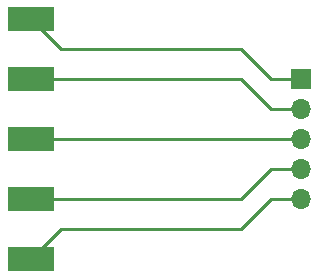
<source format=gtl>
%TF.GenerationSoftware,KiCad,Pcbnew,(6.0.5)*%
%TF.CreationDate,2022-05-28T22:26:29+02:00*%
%TF.ProjectId,KitchenWeight,4b697463-6865-46e5-9765-696768742e6b,rev?*%
%TF.SameCoordinates,Original*%
%TF.FileFunction,Copper,L1,Top*%
%TF.FilePolarity,Positive*%
%FSLAX46Y46*%
G04 Gerber Fmt 4.6, Leading zero omitted, Abs format (unit mm)*
G04 Created by KiCad (PCBNEW (6.0.5)) date 2022-05-28 22:26:29*
%MOMM*%
%LPD*%
G01*
G04 APERTURE LIST*
%TA.AperFunction,ComponentPad*%
%ADD10R,4.000000X2.000000*%
%TD*%
%TA.AperFunction,ComponentPad*%
%ADD11R,1.700000X1.700000*%
%TD*%
%TA.AperFunction,ComponentPad*%
%ADD12O,1.700000X1.700000*%
%TD*%
%TA.AperFunction,Conductor*%
%ADD13C,0.250000*%
%TD*%
G04 APERTURE END LIST*
D10*
X96520000Y-45720000D03*
X96520000Y-50800000D03*
X96520000Y-30480000D03*
X96520000Y-40640000D03*
X96520000Y-35560000D03*
D11*
X119380000Y-35560000D03*
D12*
X119380000Y-38100000D03*
X119380000Y-40640000D03*
X119380000Y-43180000D03*
X119380000Y-45720000D03*
D13*
X116840000Y-43180000D02*
X119380000Y-43180000D01*
X114300000Y-45720000D02*
X116840000Y-43180000D01*
X96520000Y-45720000D02*
X114300000Y-45720000D01*
X116840000Y-45720000D02*
X119380000Y-45720000D01*
X114300000Y-48260000D02*
X116840000Y-45720000D01*
X99060000Y-48260000D02*
X114300000Y-48260000D01*
X96520000Y-50800000D02*
X99060000Y-48260000D01*
X116840000Y-38100000D02*
X119380000Y-38100000D01*
X114300000Y-35560000D02*
X116840000Y-38100000D01*
X96520000Y-35560000D02*
X114300000Y-35560000D01*
X116840000Y-35560000D02*
X119380000Y-35560000D01*
X114300000Y-33020000D02*
X116840000Y-35560000D01*
X99060000Y-33020000D02*
X114300000Y-33020000D01*
X96520000Y-30480000D02*
X99060000Y-33020000D01*
X96520000Y-40640000D02*
X119380000Y-40640000D01*
M02*

</source>
